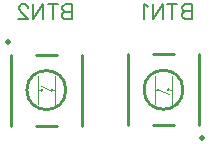
<source format=gbr>
G04 DipTrace 2.3.1.0*
%INBottomSilk.gbr*%
%MOIN*%
%ADD10C,0.0098*%
%ADD16C,0.0039*%
%ADD17C,0.0197*%
%ADD43C,0.0077*%
%FSLAX44Y44*%
G04*
G70*
G90*
G75*
G01*
%LNBotSilk*%
%LPD*%
X7258Y9864D2*
D10*
G02X7258Y9864I650J0D01*
G01*
X6726Y11045D2*
Y8683D1*
X9089Y11045D2*
Y8683D1*
X7553D2*
X8262D1*
X7553Y11045D2*
X8262D1*
X8183Y10336D2*
D16*
Y9391D1*
X7632Y10336D2*
Y9391D1*
X8183Y9864D2*
X8124D1*
X7632D2*
X7691D1*
X8045D2*
G02X8045Y9864I39J0D01*
G01*
X7711D2*
G02X7711Y9864I39J0D01*
G01*
X8045D2*
X7730Y10002D1*
D17*
X6628Y11458D3*
X11161Y9874D2*
D10*
G02X11161Y9874I650J0D01*
G01*
X12992Y8693D2*
Y11055D1*
X10630Y8693D2*
Y11055D1*
X12165D2*
X11457D1*
X12165Y8693D2*
X11457D1*
X11535Y9402D2*
D16*
Y10346D1*
X12087Y9402D2*
Y10346D1*
X11535Y9874D2*
X11594D1*
X12087D2*
X12028D1*
X11594D2*
G02X11594Y9874I39J0D01*
G01*
X11929D2*
G02X11929Y9874I39J0D01*
G01*
X11673D2*
X11988Y9736D1*
D17*
X13091Y8280D3*
X8773Y12721D2*
D43*
Y12219D1*
X8558D1*
X8486Y12243D1*
X8462Y12267D1*
X8438Y12314D1*
Y12386D1*
X8462Y12434D1*
X8486Y12458D1*
X8558Y12482D1*
X8486Y12506D1*
X8462Y12530D1*
X8438Y12578D1*
Y12626D1*
X8462Y12673D1*
X8486Y12697D1*
X8558Y12721D1*
X8773D1*
Y12482D2*
X8558D1*
X8116Y12721D2*
Y12219D1*
X8284Y12721D2*
X7949D1*
X7460D2*
Y12219D1*
X7794Y12721D1*
Y12219D1*
X7281Y12601D2*
Y12625D1*
X7257Y12673D1*
X7233Y12697D1*
X7185Y12721D1*
X7090D1*
X7042Y12697D1*
X7018Y12673D1*
X6994Y12625D1*
Y12578D1*
X7018Y12529D1*
X7066Y12458D1*
X7305Y12219D1*
X6970D1*
X12766Y12731D2*
Y12229D1*
X12550D1*
X12479Y12253D1*
X12455Y12277D1*
X12431Y12325D1*
Y12397D1*
X12455Y12445D1*
X12479Y12468D1*
X12550Y12492D1*
X12479Y12516D1*
X12455Y12540D1*
X12431Y12588D1*
Y12636D1*
X12455Y12683D1*
X12479Y12708D1*
X12550Y12731D1*
X12766D1*
Y12492D2*
X12550D1*
X12109Y12731D2*
Y12229D1*
X12277Y12731D2*
X11942D1*
X11452D2*
Y12229D1*
X11787Y12731D1*
Y12229D1*
X11298Y12635D2*
X11250Y12660D1*
X11178Y12731D1*
Y12229D1*
M02*

</source>
